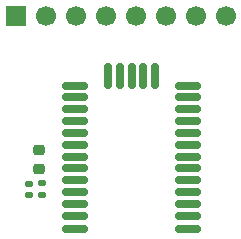
<source format=gbr>
%TF.GenerationSoftware,KiCad,Pcbnew,9.0.2*%
%TF.CreationDate,2025-12-17T16:44:21-05:00*%
%TF.ProjectId,Quectel_l96_Carrier_Board,51756563-7465-46c5-9f6c-39365f436172,rev?*%
%TF.SameCoordinates,Original*%
%TF.FileFunction,Soldermask,Top*%
%TF.FilePolarity,Negative*%
%FSLAX46Y46*%
G04 Gerber Fmt 4.6, Leading zero omitted, Abs format (unit mm)*
G04 Created by KiCad (PCBNEW 9.0.2) date 2025-12-17 16:44:21*
%MOMM*%
%LPD*%
G01*
G04 APERTURE LIST*
G04 Aperture macros list*
%AMRoundRect*
0 Rectangle with rounded corners*
0 $1 Rounding radius*
0 $2 $3 $4 $5 $6 $7 $8 $9 X,Y pos of 4 corners*
0 Add a 4 corners polygon primitive as box body*
4,1,4,$2,$3,$4,$5,$6,$7,$8,$9,$2,$3,0*
0 Add four circle primitives for the rounded corners*
1,1,$1+$1,$2,$3*
1,1,$1+$1,$4,$5*
1,1,$1+$1,$6,$7*
1,1,$1+$1,$8,$9*
0 Add four rect primitives between the rounded corners*
20,1,$1+$1,$2,$3,$4,$5,0*
20,1,$1+$1,$4,$5,$6,$7,0*
20,1,$1+$1,$6,$7,$8,$9,0*
20,1,$1+$1,$8,$9,$2,$3,0*%
G04 Aperture macros list end*
%ADD10C,1.700000*%
%ADD11R,1.700000X1.700000*%
%ADD12RoundRect,0.140000X-0.170000X0.140000X-0.170000X-0.140000X0.170000X-0.140000X0.170000X0.140000X0*%
%ADD13RoundRect,0.225000X0.250000X-0.225000X0.250000X0.225000X-0.250000X0.225000X-0.250000X-0.225000X0*%
%ADD14RoundRect,0.175000X-0.900000X-0.175000X0.900000X-0.175000X0.900000X0.175000X-0.900000X0.175000X0*%
%ADD15RoundRect,0.175000X0.175000X-0.900000X0.175000X0.900000X-0.175000X0.900000X-0.175000X-0.900000X0*%
G04 APERTURE END LIST*
D10*
%TO.C,J1*%
X145180000Y-40200000D03*
X142640000Y-40200000D03*
X140100000Y-40200000D03*
X137560000Y-40200000D03*
X135020000Y-40200000D03*
X132480000Y-40200000D03*
X129940000Y-40200000D03*
D11*
X127400000Y-40200000D03*
%TD*%
D12*
%TO.C,C23*%
X128500000Y-54440000D03*
X128500000Y-55400000D03*
%TD*%
D13*
%TO.C,C22*%
X129400000Y-53175000D03*
X129400000Y-51625000D03*
%TD*%
D12*
%TO.C,C21*%
X129600000Y-54420000D03*
X129600000Y-55380000D03*
%TD*%
D14*
%TO.C,U5*%
X132400000Y-46140000D03*
X132400000Y-47140000D03*
X132400000Y-48140000D03*
X132400000Y-49140000D03*
X132400000Y-50140000D03*
X132400000Y-51140000D03*
X132400000Y-52140000D03*
X132400000Y-53140000D03*
X132400000Y-54140000D03*
X132400000Y-55140000D03*
X132400000Y-56140000D03*
X132400000Y-57140000D03*
X132400000Y-58290000D03*
X142000000Y-58290000D03*
X142000000Y-57140000D03*
X142000000Y-56140000D03*
X142000000Y-55140000D03*
X142000000Y-54140000D03*
X142000000Y-53140000D03*
X142000000Y-52140000D03*
X142000000Y-51140000D03*
X142000000Y-50140000D03*
X142000000Y-49140000D03*
X142000000Y-48140000D03*
X142000000Y-47140000D03*
X142000000Y-46140000D03*
D15*
X139200000Y-45340000D03*
X138200000Y-45340000D03*
X137200000Y-45340000D03*
X136200000Y-45340000D03*
X135200000Y-45340000D03*
%TD*%
M02*

</source>
